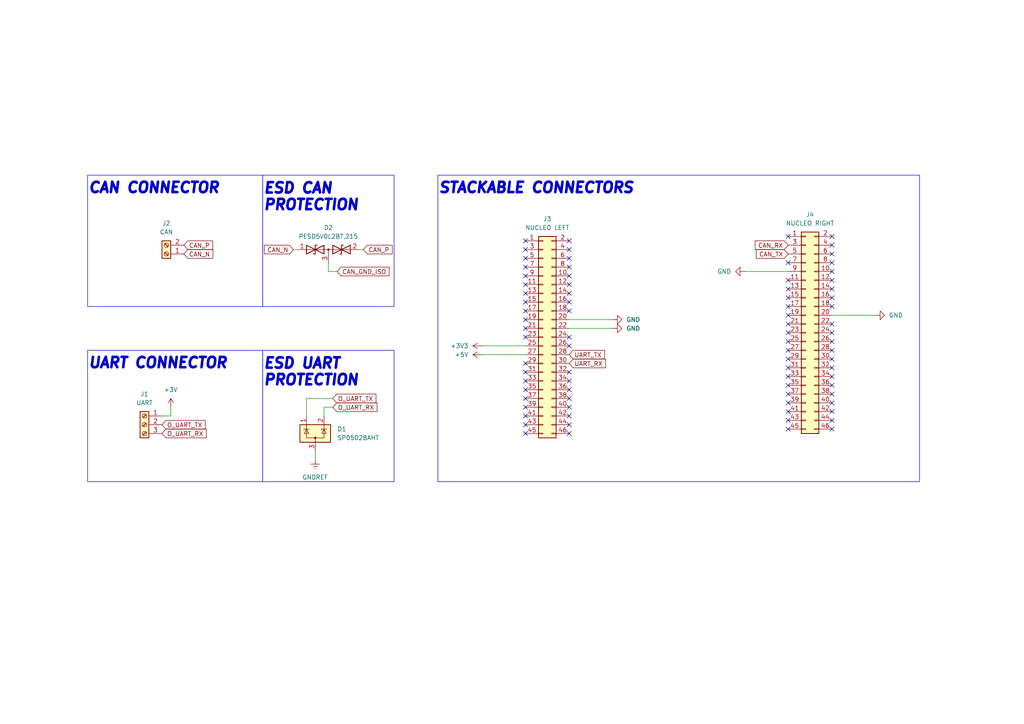
<source format=kicad_sch>
(kicad_sch (version 20250114) (generator "eeschema") (generator_version "9.0")
  (paper "A4")
  (title_block (title "PLC on STM - CAN & UART Shield") (date "2025-12-27") (company "Author: Grzegorz Potocki"))
  (lib_symbols
    (symbol "Connector:Screw_Terminal_01x02" (pin_names (offset 1.016) (hide yes))
      (property "Reference" "J" (at 0 2.54 0))
      (property "Value" "Screw_Terminal_01x02" (at 0 -5.08 0))
      (symbol "Screw_Terminal_01x02_1_1"
        (rectangle (start -1.27 1.27) (end 1.27 -3.81) (stroke (width 0.254)) (fill (type background)))
        (polyline (pts (xy -0.5334 0.3302) (xy 0.3302 -0.508)) (stroke (width 0.1524)))
        (polyline (pts (xy -0.5334 -2.2098) (xy 0.3302 -3.048)) (stroke (width 0.1524)))
        (polyline (pts (xy -0.3556 0.508) (xy 0.508 -0.3302)) (stroke (width 0.1524)))
        (polyline (pts (xy -0.3556 -2.032) (xy 0.508 -2.8702)) (stroke (width 0.1524)))
        (circle (center 0 0) (radius 0.635) (stroke (width 0.1524)))
        (circle (center 0 -2.54) (radius 0.635) (stroke (width 0.1524)))
        (pin passive line (at -5.08 0 0) (length 3.81) (name "Pin_1") (number "1"))
        (pin passive line (at -5.08 -2.54 0) (length 3.81) (name "Pin_2") (number "2"))
      )
    )
    (symbol "Connector:Screw_Terminal_01x03" (pin_names (offset 1.016) (hide yes))
      (property "Reference" "J" (at 0 5.08 0))
      (property "Value" "Screw_Terminal_01x03" (at 0 -5.08 0))
      (symbol "Screw_Terminal_01x03_1_1"
        (rectangle (start -1.27 3.81) (end 1.27 -3.81) (stroke (width 0.254)) (fill (type background)))
        (polyline (pts (xy -0.5334 2.8702) (xy 0.3302 2.032)) (stroke (width 0.1524)))
        (polyline (pts (xy -0.5334 0.3302) (xy 0.3302 -0.508)) (stroke (width 0.1524)))
        (polyline (pts (xy -0.5334 -2.2098) (xy 0.3302 -3.048)) (stroke (width 0.1524)))
        (polyline (pts (xy -0.3556 3.048) (xy 0.508 2.2098)) (stroke (width 0.1524)))
        (polyline (pts (xy -0.3556 0.508) (xy 0.508 -0.3302)) (stroke (width 0.1524)))
        (polyline (pts (xy -0.3556 -2.032) (xy 0.508 -2.8702)) (stroke (width 0.1524)))
        (circle (center 0 2.54) (radius 0.635) (stroke (width 0.1524)))
        (circle (center 0 0) (radius 0.635) (stroke (width 0.1524)))
        (circle (center 0 -2.54) (radius 0.635) (stroke (width 0.1524)))
        (pin passive line (at -5.08 2.54 0) (length 3.81) (name "Pin_1") (number "1"))
        (pin passive line (at -5.08 0 0) (length 3.81) (name "Pin_2") (number "2"))
        (pin passive line (at -5.08 -2.54 0) (length 3.81) (name "Pin_3") (number "3"))
      )
    )
    (symbol "Connector_Generic:Conn_02x23_Odd_Even" (pin_names (offset 1.016) (hide yes))
      (property "Reference" "J" (at 1.27 30.48 0))
      (property "Value" "Conn_02x23_Odd_Even" (at 1.27 -30.48 0))
      (symbol "Conn_02x23_Odd_Even_1_1"
        (rectangle (start -1.27 29.21) (end 3.81 -29.21) (stroke (width 0.254)) (fill (type background)))
        (rectangle (start -1.27 28.067) (end 0 27.813) (stroke (width 0.1524)))
        (rectangle (start -1.27 25.527) (end 0 25.273) (stroke (width 0.1524)))
        (rectangle (start -1.27 22.987) (end 0 22.733) (stroke (width 0.1524)))
        (rectangle (start -1.27 20.447) (end 0 20.193) (stroke (width 0.1524)))
        (rectangle (start -1.27 17.907) (end 0 17.653) (stroke (width 0.1524)))
        (rectangle (start -1.27 15.367) (end 0 15.113) (stroke (width 0.1524)))
        (rectangle (start -1.27 12.827) (end 0 12.573) (stroke (width 0.1524)))
        (rectangle (start -1.27 10.287) (end 0 10.033) (stroke (width 0.1524)))
        (rectangle (start -1.27 7.747) (end 0 7.493) (stroke (width 0.1524)))
        (rectangle (start -1.27 5.207) (end 0 4.953) (stroke (width 0.1524)))
        (rectangle (start -1.27 2.667) (end 0 2.413) (stroke (width 0.1524)))
        (rectangle (start -1.27 0.127) (end 0 -0.127) (stroke (width 0.1524)))
        (rectangle (start -1.27 -2.413) (end 0 -2.667) (stroke (width 0.1524)))
        (rectangle (start -1.27 -4.953) (end 0 -5.207) (stroke (width 0.1524)))
        (rectangle (start -1.27 -7.493) (end 0 -7.747) (stroke (width 0.1524)))
        (rectangle (start -1.27 -10.033) (end 0 -10.287) (stroke (width 0.1524)))
        (rectangle (start -1.27 -12.573) (end 0 -12.827) (stroke (width 0.1524)))
        (rectangle (start -1.27 -15.113) (end 0 -15.367) (stroke (width 0.1524)))
        (rectangle (start -1.27 -17.653) (end 0 -17.907) (stroke (width 0.1524)))
        (rectangle (start -1.27 -20.193) (end 0 -20.447) (stroke (width 0.1524)))
        (rectangle (start -1.27 -22.733) (end 0 -22.987) (stroke (width 0.1524)))
        (rectangle (start -1.27 -25.273) (end 0 -25.527) (stroke (width 0.1524)))
        (rectangle (start -1.27 -27.813) (end 0 -28.067) (stroke (width 0.1524)))
        (rectangle (start 3.81 28.067) (end 2.54 27.813) (stroke (width 0.1524)))
        (rectangle (start 3.81 25.527) (end 2.54 25.273) (stroke (width 0.1524)))
        (rectangle (start 3.81 22.987) (end 2.54 22.733) (stroke (width 0.1524)))
        (rectangle (start 3.81 20.447) (end 2.54 20.193) (stroke (width 0.1524)))
        (rectangle (start 3.81 17.907) (end 2.54 17.653) (stroke (width 0.1524)))
        (rectangle (start 3.81 15.367) (end 2.54 15.113) (stroke (width 0.1524)))
        (rectangle (start 3.81 12.827) (end 2.54 12.573) (stroke (width 0.1524)))
        (rectangle (start 3.81 10.287) (end 2.54 10.033) (stroke (width 0.1524)))
        (rectangle (start 3.81 7.747) (end 2.54 7.493) (stroke (width 0.1524)))
        (rectangle (start 3.81 5.207) (end 2.54 4.953) (stroke (width 0.1524)))
        (rectangle (start 3.81 2.667) (end 2.54 2.413) (stroke (width 0.1524)))
        (rectangle (start 3.81 0.127) (end 2.54 -0.127) (stroke (width 0.1524)))
        (rectangle (start 3.81 -2.413) (end 2.54 -2.667) (stroke (width 0.1524)))
        (rectangle (start 3.81 -4.953) (end 2.54 -5.207) (stroke (width 0.1524)))
        (rectangle (start 3.81 -7.493) (end 2.54 -7.747) (stroke (width 0.1524)))
        (rectangle (start 3.81 -10.033) (end 2.54 -10.287) (stroke (width 0.1524)))
        (rectangle (start 3.81 -12.573) (end 2.54 -12.827) (stroke (width 0.1524)))
        (rectangle (start 3.81 -15.113) (end 2.54 -15.367) (stroke (width 0.1524)))
        (rectangle (start 3.81 -17.653) (end 2.54 -17.907) (stroke (width 0.1524)))
        (rectangle (start 3.81 -20.193) (end 2.54 -20.447) (stroke (width 0.1524)))
        (rectangle (start 3.81 -22.733) (end 2.54 -22.987) (stroke (width 0.1524)))
        (rectangle (start 3.81 -25.273) (end 2.54 -25.527) (stroke (width 0.1524)))
        (rectangle (start 3.81 -27.813) (end 2.54 -28.067) (stroke (width 0.1524)))
        (pin passive line (at -5.08 27.94 0) (length 3.81) (name "Pin_1") (number "1"))
        (pin passive line (at -5.08 25.4 0) (length 3.81) (name "Pin_3") (number "3"))
        (pin passive line (at -5.08 22.86 0) (length 3.81) (name "Pin_5") (number "5"))
        (pin passive line (at -5.08 20.32 0) (length 3.81) (name "Pin_7") (number "7"))
        (pin passive line (at -5.08 17.78 0) (length 3.81) (name "Pin_9") (number "9"))
        (pin passive line (at -5.08 15.24 0) (length 3.81) (name "Pin_11") (number "11"))
        (pin passive line (at -5.08 12.7 0) (length 3.81) (name "Pin_13") (number "13"))
        (pin passive line (at -5.08 10.16 0) (length 3.81) (name "Pin_15") (number "15"))
        (pin passive line (at -5.08 7.62 0) (length 3.81) (name "Pin_17") (number "17"))
        (pin passive line (at -5.08 5.08 0) (length 3.81) (name "Pin_19") (number "19"))
        (pin passive line (at -5.08 2.54 0) (length 3.81) (name "Pin_21") (number "21"))
        (pin passive line (at -5.08 0 0) (length 3.81) (name "Pin_23") (number "23"))
        (pin passive line (at -5.08 -2.54 0) (length 3.81) (name "Pin_25") (number "25"))
        (pin passive line (at -5.08 -5.08 0) (length 3.81) (name "Pin_27") (number "27"))
        (pin passive line (at -5.08 -7.62 0) (length 3.81) (name "Pin_29") (number "29"))
        (pin passive line (at -5.08 -10.16 0) (length 3.81) (name "Pin_31") (number "31"))
        (pin passive line (at -5.08 -12.7 0) (length 3.81) (name "Pin_33") (number "33"))
        (pin passive line (at -5.08 -15.24 0) (length 3.81) (name "Pin_35") (number "35"))
        (pin passive line (at -5.08 -17.78 0) (length 3.81) (name "Pin_37") (number "37"))
        (pin passive line (at -5.08 -20.32 0) (length 3.81) (name "Pin_39") (number "39"))
        (pin passive line (at -5.08 -22.86 0) (length 3.81) (name "Pin_41") (number "41"))
        (pin passive line (at -5.08 -25.4 0) (length 3.81) (name "Pin_43") (number "43"))
        (pin passive line (at -5.08 -27.94 0) (length 3.81) (name "Pin_45") (number "45"))
        (pin passive line (at 7.62 27.94 180) (length 3.81) (name "Pin_2") (number "2"))
        (pin passive line (at 7.62 25.4 180) (length 3.81) (name "Pin_4") (number "4"))
        (pin passive line (at 7.62 22.86 180) (length 3.81) (name "Pin_6") (number "6"))
        (pin passive line (at 7.62 20.32 180) (length 3.81) (name "Pin_8") (number "8"))
        (pin passive line (at 7.62 17.78 180) (length 3.81) (name "Pin_10") (number "10"))
        (pin passive line (at 7.62 15.24 180) (length 3.81) (name "Pin_12") (number "12"))
        (pin passive line (at 7.62 12.7 180) (length 3.81) (name "Pin_14") (number "14"))
        (pin passive line (at 7.62 10.16 180) (length 3.81) (name "Pin_16") (number "16"))
        (pin passive line (at 7.62 7.62 180) (length 3.81) (name "Pin_18") (number "18"))
        (pin passive line (at 7.62 5.08 180) (length 3.81) (name "Pin_20") (number "20"))
        (pin passive line (at 7.62 2.54 180) (length 3.81) (name "Pin_22") (number "22"))
        (pin passive line (at 7.62 0 180) (length 3.81) (name "Pin_24") (number "24"))
        (pin passive line (at 7.62 -2.54 180) (length 3.81) (name "Pin_26") (number "26"))
        (pin passive line (at 7.62 -5.08 180) (length 3.81) (name "Pin_28") (number "28"))
        (pin passive line (at 7.62 -7.62 180) (length 3.81) (name "Pin_30") (number "30"))
        (pin passive line (at 7.62 -10.16 180) (length 3.81) (name "Pin_32") (number "32"))
        (pin passive line (at 7.62 -12.7 180) (length 3.81) (name "Pin_34") (number "34"))
        (pin passive line (at 7.62 -15.24 180) (length 3.81) (name "Pin_36") (number "36"))
        (pin passive line (at 7.62 -17.78 180) (length 3.81) (name "Pin_38") (number "38"))
        (pin passive line (at 7.62 -20.32 180) (length 3.81) (name "Pin_40") (number "40"))
        (pin passive line (at 7.62 -22.86 180) (length 3.81) (name "Pin_42") (number "42"))
        (pin passive line (at 7.62 -25.4 180) (length 3.81) (name "Pin_44") (number "44"))
        (pin passive line (at 7.62 -27.94 180) (length 3.81) (name "Pin_46") (number "46"))
      )
    )
    (symbol "Device:D_TVS_Dual_AAC" (pin_names (offset 1.016) (hide yes))
      (property "Reference" "D" (at 0 4.445 0))
      (property "Value" "D_TVS_Dual_AAC" (at 0 2.54 0))
      (symbol "D_TVS_Dual_AAC_0_0"
        (polyline (pts (xy 0 -1.27) (xy 0 0)))
      )
      (symbol "D_TVS_Dual_AAC_0_1"
        (polyline (pts (xy -6.35 1.27) (xy -1.27 -1.27) (xy -1.27 1.27) (xy -6.35 -1.27) (xy -6.35 1.27)) (stroke (width 0.254)))
        (polyline (pts (xy -6.35 0) (xy 6.35 0)))
        (polyline (pts (xy -3.302 1.27) (xy -3.81 1.27) (xy -3.81 -1.27) (xy -4.318 -1.27)) (stroke (width 0.254)))
        (circle (center 0 0) (radius 0.254) (fill (type outline)))
        (polyline (pts (xy 4.318 1.27) (xy 3.81 1.27) (xy 3.81 -1.27) (xy 3.302 -1.27)) (stroke (width 0.254)))
        (polyline (pts (xy 6.35 1.27) (xy 1.27 -1.27) (xy 1.27 1.27) (xy 6.35 -1.27) (xy 6.35 1.27)) (stroke (width 0.254)))
      )
      (symbol "D_TVS_Dual_AAC_1_1"
        (pin passive line (at -8.89 0 0) (length 2.54) (name "A1") (number "1"))
        (pin passive line (at 0 -3.81 90) (length 2.54) (name "common") (number "3"))
        (pin passive line (at 8.89 0 180) (length 2.54) (name "A2") (number "2"))
      )
    )
    (symbol "Power_Protection:SP0502BAHT" (pin_names (hide yes))
      (property "Reference" "D" (at 5.715 2.54 0))
      (property "Value" "SP0502BAHT" (at 5.715 0.635 0))
      (symbol "SP0502BAHT_0_0"
        (pin passive line (at 0 -5.08 90) (length 2.54) (name "A") (number "3"))
      )
      (symbol "SP0502BAHT_0_1"
        (rectangle (start -4.445 2.54) (end 4.445 -2.54) (stroke (width 0.254)) (fill (type background)))
        (polyline (pts (xy -3.302 1.016) (xy -3.302 1.27) (xy -1.905 1.27) (xy -1.778 1.27)))
        (polyline (pts (xy -2.54 2.54) (xy -2.54 1.27)))
        (polyline (pts (xy -2.54 1.27) (xy -2.54 -1.27) (xy 2.54 -1.27) (xy 2.54 1.27)))
        (polyline (pts (xy -2.54 1.27) (xy -1.905 0) (xy -3.175 0) (xy -2.54 1.27)))
        (polyline (pts (xy 0 -1.27) (xy 0 -2.54)))
        (circle (center 0 -1.27) (radius 0.254) (fill (type outline)))
        (polyline (pts (xy 1.778 1.016) (xy 1.778 1.27) (xy 3.175 1.27) (xy 3.302 1.27)))
        (polyline (pts (xy 2.54 2.54) (xy 2.54 1.27)))
        (polyline (pts (xy 2.54 1.27) (xy 1.905 0) (xy 3.175 0) (xy 2.54 1.27)))
      )
      (symbol "SP0502BAHT_1_1"
        (pin passive line (at -2.54 5.08 270) (length 2.54) (name "K") (number "1"))
        (pin passive line (at 2.54 5.08 270) (length 2.54) (name "K") (number "2"))
      )
    )
    (symbol "power:+3V0" (power) (pin_numbers (hide yes)) (pin_names (offset 0) (hide yes))
      (property "Value" "+3V0" (at 0 3.556 0))
      (symbol "+3V0_0_1"
        (polyline (pts (xy -0.762 1.27) (xy 0 2.54)))
        (polyline (pts (xy 0 2.54) (xy 0.762 1.27)))
        (polyline (pts (xy 0 0) (xy 0 2.54)))
      )
      (symbol "+3V0_1_1"
        (pin power_in line (at 0 0 90) (length 0) (name "~") (number "1"))
      )
    )
    (symbol "power:+3V3" (power) (pin_numbers (hide yes)) (pin_names (offset 0) (hide yes))
      (property "Value" "+3V3" (at 0 3.556 0))
      (symbol "+3V3_0_1"
        (polyline (pts (xy -0.762 1.27) (xy 0 2.54)))
        (polyline (pts (xy 0 2.54) (xy 0.762 1.27)))
        (polyline (pts (xy 0 0) (xy 0 2.54)))
      )
      (symbol "+3V3_1_1"
        (pin power_in line (at 0 0 90) (length 0) (name "~") (number "1"))
      )
    )
    (symbol "power:+5V" (power) (pin_numbers (hide yes)) (pin_names (offset 0) (hide yes))
      (property "Value" "+5V" (at 0 3.556 0))
      (symbol "+5V_0_1"
        (polyline (pts (xy -0.762 1.27) (xy 0 2.54)))
        (polyline (pts (xy 0 2.54) (xy 0.762 1.27)))
        (polyline (pts (xy 0 0) (xy 0 2.54)))
      )
      (symbol "+5V_1_1"
        (pin power_in line (at 0 0 90) (length 0) (name "~") (number "1"))
      )
    )
    (symbol "power:GND" (power) (pin_numbers (hide yes)) (pin_names (offset 0) (hide yes))
      (property "Value" "GND" (at 0 -3.81 0))
      (symbol "GND_0_1"
        (polyline (pts (xy 0 0) (xy 0 -1.27) (xy 1.27 -1.27) (xy 0 -2.54) (xy -1.27 -1.27) (xy 0 -1.27)))
      )
      (symbol "GND_1_1"
        (pin power_in line (at 0 0 270) (length 0) (name "~") (number "1"))
      )
    )
    (symbol "power:GNDREF" (power) (pin_numbers (hide yes)) (pin_names (offset 0) (hide yes))
      (property "Value" "GNDREF" (at 0 -3.81 0))
      (symbol "GNDREF_0_1"
        (polyline (pts (xy -0.635 -1.905) (xy 0.635 -1.905)))
        (polyline (pts (xy -0.127 -2.54) (xy 0.127 -2.54)))
        (polyline (pts (xy 0 -1.27) (xy 0 0)))
        (polyline (pts (xy 1.27 -1.27) (xy -1.27 -1.27)))
      )
      (symbol "GNDREF_1_1"
        (pin power_in line (at 0 0 270) (length 0) (name "~") (number "1"))
      )
    )
  )
  (rectangle (start 76.2 50.8) (end 114.3 88.9))
  (rectangle (start 127 50.8) (end 266.7 139.7))
  (rectangle (start 25.4 50.8) (end 76.2 88.9))
  (rectangle (start 76.2 101.6) (end 114.3 139.7))
  (rectangle (start 25.4 101.6) (end 76.2 139.7))
  (text "UART CONNECTOR" (at 25.4 105.41 0) (effects (font (size 3 3) (thickness 2) (bold yes) (italic yes)) (justify left)))
  (text "CAN CONNECTOR" (at 25.4 54.61 0) (effects (font (size 3 3) (thickness 2) (bold yes) (italic yes)) (justify left)))
  (text "ESD UART\nPROTECTION" (at 76.2 107.95 0) (effects (font (size 3 3) (thickness 2) (bold yes) (italic yes)) (justify left)))
  (text "ESD CAN\nPROTECTION" (at 76.2 57.15 0) (effects (font (size 3 3) (thickness 2) (bold yes) (italic yes)) (justify left)))
  (text "STACKABLE CONNECTORS" (at 127 54.61 0) (effects (font (size 3 3) (thickness 2) (bold yes) (italic yes)) (justify left)))
  (no_connect (at 228.6 91.44))
  (no_connect (at 152.4 80.01))
  (no_connect (at 241.3 101.6))
  (no_connect (at 152.4 69.85))
  (no_connect (at 241.3 96.52))
  (no_connect (at 152.4 115.57))
  (no_connect (at 228.6 101.6))
  (no_connect (at 228.6 81.28))
  (no_connect (at 241.3 76.2))
  (no_connect (at 152.4 85.09))
  (no_connect (at 228.6 104.14))
  (no_connect (at 241.3 106.68))
  (no_connect (at 228.6 76.2))
  (no_connect (at 228.6 114.3))
  (no_connect (at 241.3 71.12))
  (no_connect (at 152.4 92.71))
  (no_connect (at 228.6 111.76))
  (no_connect (at 241.3 111.76))
  (no_connect (at 152.4 110.49))
  (no_connect (at 165.1 87.63))
  (no_connect (at 165.1 77.47))
  (no_connect (at 228.6 106.68))
  (no_connect (at 165.1 97.79))
  (no_connect (at 228.6 121.92))
  (no_connect (at 241.3 109.22))
  (no_connect (at 228.6 93.98))
  (no_connect (at 165.1 113.03))
  (no_connect (at 241.3 86.36))
  (no_connect (at 152.4 120.65))
  (no_connect (at 228.6 116.84))
  (no_connect (at 228.6 83.82))
  (no_connect (at 228.6 88.9))
  (no_connect (at 165.1 74.93))
  (no_connect (at 241.3 121.92))
  (no_connect (at 241.3 81.28))
  (no_connect (at 165.1 115.57))
  (no_connect (at 165.1 100.33))
  (no_connect (at 152.4 87.63))
  (no_connect (at 228.6 99.06))
  (no_connect (at 241.3 119.38))
  (no_connect (at 241.3 99.06))
  (no_connect (at 241.3 88.9))
  (no_connect (at 241.3 93.98))
  (no_connect (at 165.1 69.85))
  (no_connect (at 241.3 78.74))
  (no_connect (at 228.6 124.46))
  (no_connect (at 241.3 73.66))
  (no_connect (at 165.1 90.17))
  (no_connect (at 152.4 113.03))
  (no_connect (at 228.6 109.22))
  (no_connect (at 228.6 96.52))
  (no_connect (at 165.1 120.65))
  (no_connect (at 152.4 123.19))
  (no_connect (at 165.1 118.11))
  (no_connect (at 165.1 110.49))
  (no_connect (at 152.4 107.95))
  (no_connect (at 165.1 82.55))
  (no_connect (at 165.1 107.95))
  (no_connect (at 228.6 119.38))
  (no_connect (at 241.3 114.3))
  (no_connect (at 165.1 125.73))
  (no_connect (at 152.4 118.11))
  (no_connect (at 228.6 86.36))
  (no_connect (at 241.3 104.14))
  (no_connect (at 241.3 68.58))
  (no_connect (at 152.4 90.17))
  (no_connect (at 152.4 97.79))
  (no_connect (at 152.4 74.93))
  (no_connect (at 165.1 72.39))
  (no_connect (at 241.3 83.82))
  (no_connect (at 228.6 68.58))
  (no_connect (at 165.1 123.19))
  (no_connect (at 152.4 95.25))
  (no_connect (at 152.4 77.47))
  (no_connect (at 165.1 80.01))
  (no_connect (at 152.4 105.41))
  (no_connect (at 152.4 82.55))
  (no_connect (at 152.4 72.39))
  (no_connect (at 241.3 124.46))
  (no_connect (at 241.3 116.84))
  (no_connect (at 152.4 125.73))
  (no_connect (at 165.1 85.09))
  (wire (pts (xy 104.14 72.39) (xy 105.41 72.39)))
  (wire (pts (xy 88.9 115.57) (xy 96.52 115.57)))
  (wire (pts (xy 241.3 91.44) (xy 254 91.44)))
  (wire (pts (xy 228.6 78.74) (xy 215.9 78.74)))
  (wire (pts (xy 93.98 120.65) (xy 93.98 118.11)))
  (wire (pts (xy 91.44 130.81) (xy 91.44 133.35)))
  (wire (pts (xy 139.7 100.33) (xy 152.4 100.33)))
  (wire (pts (xy 86.36 72.39) (xy 85.09 72.39)))
  (wire (pts (xy 49.53 120.65) (xy 49.53 118.11)))
  (wire (pts (xy 165.1 95.25) (xy 177.8 95.25)))
  (wire (pts (xy 95.25 78.74) (xy 97.79 78.74)))
  (wire (pts (xy 95.25 78.74) (xy 95.25 76.2)))
  (wire (pts (xy 152.4 102.87) (xy 139.7 102.87)))
  (wire (pts (xy 165.1 92.71) (xy 177.8 92.71)))
  (wire (pts (xy 88.9 120.65) (xy 88.9 115.57)))
  (wire (pts (xy 93.98 118.11) (xy 96.52 118.11)))
  (wire (pts (xy 46.99 120.65) (xy 49.53 120.65)))
  (global_label "UART_RX" (shape input) (at 165.1 105.41 0) (property "Intersheetrefs" "${INTERSHEET_REFS}" (effects (hide yes))))
  (global_label "CAN_N" (shape input) (at 85.09 72.39 180) (property "Intersheetrefs" "${INTERSHEET_REFS}" (effects (hide yes))))
  (global_label "CAN_TX" (shape input) (at 228.6 73.66 180) (property "Intersheetrefs" "${INTERSHEET_REFS}" (effects (hide yes))))
  (global_label "UART_TX" (shape input) (at 165.1 102.87 0) (property "Intersheetrefs" "${INTERSHEET_REFS}" (effects (hide yes))))
  (global_label "CAN_GND_ISO" (shape input) (at 97.79 78.74 0) (property "Intersheetrefs" "${INTERSHEET_REFS}" (effects (hide yes))))
  (global_label "CAN_N" (shape input) (at 53.34 73.66 0) (property "Intersheetrefs" "${INTERSHEET_REFS}" (effects (hide yes))))
  (global_label "O_UART_RX" (shape input) (at 46.99 125.73 0) (property "Intersheetrefs" "${INTERSHEET_REFS}" (effects (hide yes))))
  (global_label "O_UART_TX" (shape input) (at 96.52 115.57 0) (property "Intersheetrefs" "${INTERSHEET_REFS}" (effects (hide yes))))
  (global_label "O_UART_TX" (shape input) (at 46.99 123.19 0) (property "Intersheetrefs" "${INTERSHEET_REFS}" (effects (hide yes))))
  (global_label "CAN_RX" (shape input) (at 228.6 71.12 180) (property "Intersheetrefs" "${INTERSHEET_REFS}" (effects (hide yes))))
  (global_label "CAN_P" (shape input) (at 105.41 72.39 0) (property "Intersheetrefs" "${INTERSHEET_REFS}" (effects (hide yes))))
  (global_label "CAN_P" (shape input) (at 53.34 71.12 0) (property "Intersheetrefs" "${INTERSHEET_REFS}" (effects (hide yes))))
  (global_label "O_UART_RX" (shape input) (at 96.52 118.11 0) (property "Intersheetrefs" "${INTERSHEET_REFS}" (effects (hide yes))))
  (symbol (lib_id "Device:D_TVS_Dual_AAC") (at 95.25 72.39 0) (unit 1)
    (property "Reference" "D2" (at 95.25 66.04 0))
    (property "Value" "PESD5V0L2BT,215" (at 95.25 68.58 0))
    (property "Footprint" "Package_TO_SOT_SMD:SOT-23-3" (effects (hide yes)))
    (property "Datasheet" "https://assets.nexperia.com/documents/data-sheet/PESD5V0L2BT.pdf" (effects (hide yes)))
    (property "Description" "Bidirectional dual transient-voltage-suppression diode, center on pin 3" (effects (hide yes)))
    (property "Mouser Part Number" "771-PESD5V0L2BT-T/R" (effects (hide yes)))
    (property "Mouser Price/Stock" "https://www.mouser.pl/ProductDetail/Nexperia/PESD5V0L2BT215?qs=LOCUfHb8d9sw%2B%2FcZzpNtzw%3D%3D" (effects (hide yes)))
  )
  (symbol (lib_id "power:GND") (at 254 91.44 90) (unit 1)
    (property "Reference" "#PWR08" (effects (hide yes)))
    (property "Value" "GND" (at 257.81 91.4399 90) (effects (justify right)))
    (property "Description" "Power symbol creates a global label with name \"GND\" , ground" (effects (hide yes)))
  )
  (symbol (lib_id "power:+5V") (at 139.7 102.87 90) (unit 1)
    (property "Reference" "#PWR04" (effects (hide yes)))
    (property "Value" "+5V" (at 135.89 102.8699 90) (effects (justify left)))
    (property "Description" "Power symbol creates a global label with name \"+5V\"" (effects (hide yes)))
  )
  (symbol (lib_id "power:GND") (at 177.8 95.25 90) (mirror x) (unit 1)
    (property "Reference" "#PWR06" (effects (hide yes)))
    (property "Value" "GND" (at 181.61 95.2501 90) (effects (justify right)))
    (property "Description" "Power symbol creates a global label with name \"GND\" , ground" (effects (hide yes)))
  )
  (symbol (lib_id "power:GND") (at 177.8 92.71 90) (mirror x) (unit 1)
    (property "Reference" "#PWR05" (effects (hide yes)))
    (property "Value" "GND" (at 181.61 92.7101 90) (effects (justify right)))
    (property "Description" "Power symbol creates a global label with name \"GND\" , ground" (effects (hide yes)))
  )
  (symbol (lib_id "power:GND") (at 215.9 78.74 270) (mirror x) (unit 1)
    (property "Reference" "#PWR07" (effects (hide yes)))
    (property "Value" "GND" (at 212.09 78.7399 90) (effects (justify right)))
    (property "Description" "Power symbol creates a global label with name \"GND\" , ground" (effects (hide yes)))
  )
  (symbol (lib_id "Connector_Generic:Conn_02x23_Odd_Even") (at 233.68 96.52 0) (unit 1)
    (property "Reference" "J4" (at 234.95 62.23 0))
    (property "Value" "NUCLEO RIGHT" (at 234.95 64.77 0))
    (property "Footprint" "PLC_STM:PRT12790" (effects (hide yes)))
    (property "Description" "Generic connector, double row, 02x23, odd/even pin numbering scheme (row 1 odd numbers, row 2 even numbers), script generated (kicad-library-utils/schlib/autogen/connector/)" (effects (hide yes)))
    (property "Mouser Part Number" "474-PRT-12790" (effects (hide yes)))
    (property "Mouser Price/Stock" "https://www.mouser.pl/ProductDetail/SparkFun/PRT-12790?qs=WyAARYrbSnZh0%252BVGZi59Ng%3D%3D" (effects (hide yes)))
    (property "Alternative" "https://www.mouser.pl/ProductDetail/SchmartBoard/920-0135-01?qs=WBUF01kN13lvFiBwxduHPw%3D%3D" (effects (hide yes)))
    (property "Alternative2" "https://www.mouser.pl/ProductDetail/SchmartBoard/920-0103-01?qs=Jl8P5Tpu6m3biqphpyO5mQ%3D%3D" (effects (hide yes)))
  )
  (symbol (lib_id "Connector:Screw_Terminal_01x03") (at 41.91 123.19 0) (mirror y) (unit 1)
    (property "Reference" "J1" (at 41.91 114.3 0))
    (property "Value" "UART" (at 41.91 116.84 0))
    (property "Footprint" "PLC_STM:1725669" (effects (hide yes)))
    (property "Description" "Generic screw terminal, single row, 01x03, script generated (kicad-library-utils/schlib/autogen/connector/)" (effects (hide yes)))
  )
  (symbol (lib_id "Power_Protection:SP0502BAHT") (at 91.44 125.73 0) (unit 1)
    (property "Reference" "D1" (at 97.79 124.4599 0) (effects (justify left)))
    (property "Value" "SP0502BAHT" (at 97.79 126.9999 0) (effects (justify left)))
    (property "Footprint" "Package_TO_SOT_SMD:SOT-23" (effects (hide yes)))
    (property "Datasheet" "http://www.littelfuse.com/~/media/files/littelfuse/technical%20resources/documents/data%20sheets/sp05xxba.pdf" (effects (hide yes)))
    (property "Description" "TVS Diode Array, 5.5V Standoff, 2 Channels, SOT-23 package" (effects (hide yes)))
  )
  (symbol (lib_id "Connector_Generic:Conn_02x23_Odd_Even") (at 157.48 97.79 0) (unit 1)
    (property "Reference" "J3" (at 158.75 63.5 0))
    (property "Value" "NUCLEO LEFT" (at 158.75 66.04 0))
    (property "Footprint" "PLC_STM:PRT12790" (effects (hide yes)))
    (property "Description" "Generic connector, double row, 02x23, odd/even pin numbering scheme (row 1 odd numbers, row 2 even numbers), script generated (kicad-library-utils/schlib/autogen/connector/)" (effects (hide yes)))
    (property "Mouser Part Number" "474-PRT-12790" (effects (hide yes)))
    (property "Mouser Price/Stock" "https://www.mouser.pl/ProductDetail/SparkFun/PRT-12790?qs=WyAARYrbSnZh0%252BVGZi59Ng%3D%3D" (effects (hide yes)))
    (property "Alternative" "https://www.mouser.pl/ProductDetail/SchmartBoard/920-0135-01?qs=WBUF01kN13lvFiBwxduHPw%3D%3D" (effects (hide yes)))
    (property "Alternative2" "https://www.mouser.pl/ProductDetail/SchmartBoard/920-0103-01?qs=Jl8P5Tpu6m3biqphpyO5mQ%3D%3D" (effects (hide yes)))
  )
  (symbol (lib_id "power:+3V0") (at 49.53 118.11 0) (unit 1)
    (property "Reference" "#PWR01" (effects (hide yes)))
    (property "Value" "+3V" (at 49.53 113.03 0))
    (property "Description" "Power symbol creates a global label with name \"+3V0\"" (effects (hide yes)))
  )
  (symbol (lib_id "power:+3V3") (at 139.7 100.33 90) (unit 1)
    (property "Reference" "#PWR03" (effects (hide yes)))
    (property "Value" "+3V3" (at 135.89 100.3299 90) (effects (justify left)))
    (property "Description" "Power symbol creates a global label with name \"+3V3\"" (effects (hide yes)))
  )
  (symbol (lib_id "power:GNDREF") (at 91.44 133.35 0) (unit 1)
    (property "Reference" "#PWR02" (effects (hide yes)))
    (property "Value" "GNDREF" (at 91.44 138.43 0))
    (property "Description" "Power symbol creates a global label with name \"GNDREF\" , reference supply ground" (effects (hide yes)))
  )
  (symbol (lib_id "Connector:Screw_Terminal_01x02") (at 48.26 73.66 180) (unit 1)
    (property "Reference" "J2" (at 48.26 64.77 0))
    (property "Value" "CAN" (at 48.26 67.31 0))
    (property "Footprint" "PLC_STM:1725656" (effects (hide yes)))
    (property "Datasheet" "https://www.mouser.pl/datasheet/3/507/9/phoenix_contact_1725656_en.pdf" (effects (hide yes)))
    (property "Description" "Generic screw terminal, single row, 01x02, script generated (kicad-library-utils/schlib/autogen/connector/)" (effects (hide yes)))
    (property "Mouser Part Number" "651-1725656" (effects (hide yes)))
    (property "Mouser Price/Stock" "https://www.mouser.pl/ProductDetail/Phoenix-Contact/1725656?qs=Ul7CXFMnlWWQeccayYbRmw%3D%3D" (effects (hide yes)))
  )
)
</source>
